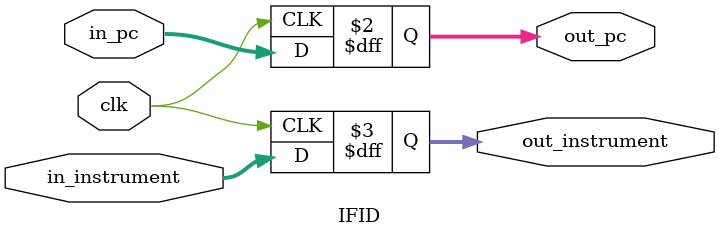
<source format=v>
`timescale 1ns / 1ps


module IFID(clk, in_pc, in_instrument, out_pc, out_instrument);

//initialize inputs
input clk;
input [7:0] in_pc;
input [31:0] in_instrument;

//initialize outputs
output reg [7:0] out_pc;
output reg [31:0] out_instrument;

always@(posedge clk)
begin 
    // inputs to outputs
    out_pc = in_pc;
    out_instrument = in_instrument;
end
endmodule

</source>
